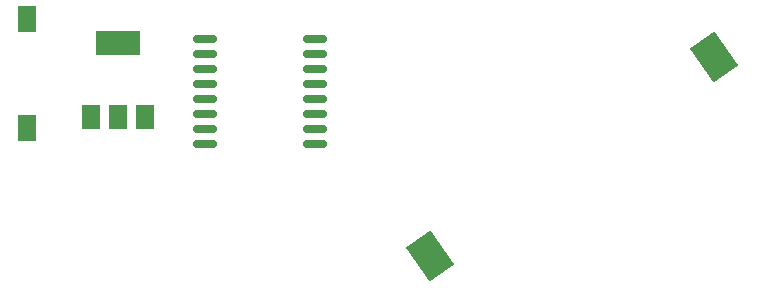
<source format=gbr>
%TF.GenerationSoftware,KiCad,Pcbnew,7.0.0*%
%TF.CreationDate,2023-07-13T20:29:25+08:00*%
%TF.ProjectId,Controller,436f6e74-726f-46c6-9c65-722e6b696361,rev?*%
%TF.SameCoordinates,Original*%
%TF.FileFunction,Paste,Top*%
%TF.FilePolarity,Positive*%
%FSLAX46Y46*%
G04 Gerber Fmt 4.6, Leading zero omitted, Abs format (unit mm)*
G04 Created by KiCad (PCBNEW 7.0.0) date 2023-07-13 20:29:25*
%MOMM*%
%LPD*%
G01*
G04 APERTURE LIST*
G04 Aperture macros list*
%AMRoundRect*
0 Rectangle with rounded corners*
0 $1 Rounding radius*
0 $2 $3 $4 $5 $6 $7 $8 $9 X,Y pos of 4 corners*
0 Add a 4 corners polygon primitive as box body*
4,1,4,$2,$3,$4,$5,$6,$7,$8,$9,$2,$3,0*
0 Add four circle primitives for the rounded corners*
1,1,$1+$1,$2,$3*
1,1,$1+$1,$4,$5*
1,1,$1+$1,$6,$7*
1,1,$1+$1,$8,$9*
0 Add four rect primitives between the rounded corners*
20,1,$1+$1,$2,$3,$4,$5,0*
20,1,$1+$1,$4,$5,$6,$7,0*
20,1,$1+$1,$6,$7,$8,$9,0*
20,1,$1+$1,$8,$9,$2,$3,0*%
%AMRotRect*
0 Rectangle, with rotation*
0 The origin of the aperture is its center*
0 $1 length*
0 $2 width*
0 $3 Rotation angle, in degrees counterclockwise*
0 Add horizontal line*
21,1,$1,$2,0,0,$3*%
G04 Aperture macros list end*
%ADD10RotRect,2.540000X3.510000X35.000000*%
%ADD11R,1.500000X2.000000*%
%ADD12R,3.800000X2.000000*%
%ADD13RoundRect,0.150000X-0.875000X-0.150000X0.875000X-0.150000X0.875000X0.150000X-0.875000X0.150000X0*%
%ADD14R,1.600000X2.180000*%
G04 APERTURE END LIST*
D10*
%TO.C,BT1*%
X123434847Y-168530101D03*
X147485151Y-151689897D03*
%TD*%
D11*
%TO.C,U1*%
X94727999Y-156819999D03*
X97027999Y-156819999D03*
D12*
X97027999Y-150519999D03*
D11*
X99327999Y-156819999D03*
%TD*%
D13*
%TO.C,U5*%
X104410000Y-150165000D03*
X104410000Y-151435000D03*
X104410000Y-152705000D03*
X104410000Y-153975000D03*
X104410000Y-155245000D03*
X104410000Y-156515000D03*
X104410000Y-157785000D03*
X104410000Y-159055000D03*
X113710000Y-159055000D03*
X113710000Y-157785000D03*
X113710000Y-156515000D03*
X113710000Y-155245000D03*
X113710000Y-153975000D03*
X113710000Y-152705000D03*
X113710000Y-151435000D03*
X113710000Y-150165000D03*
%TD*%
D14*
%TO.C,SW1*%
X89359999Y-157689999D03*
X89359999Y-148509999D03*
%TD*%
M02*

</source>
